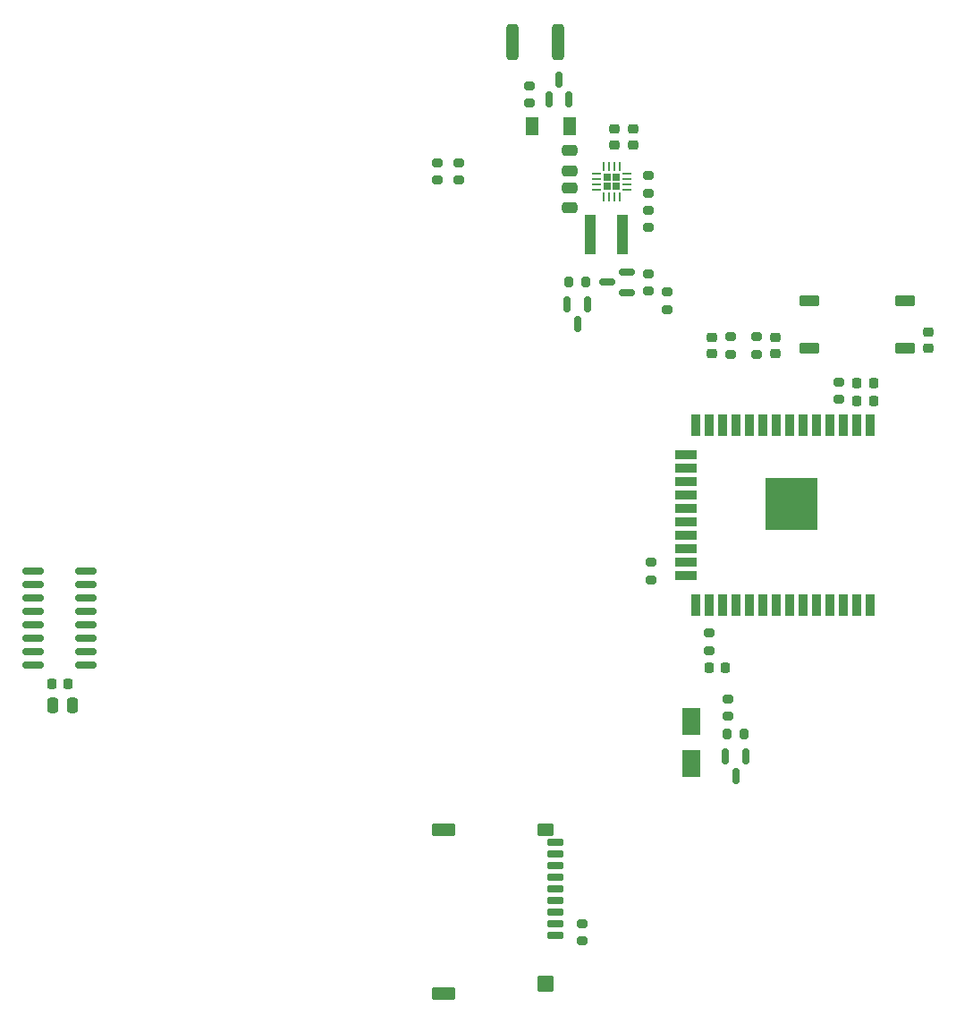
<source format=gtp>
%TF.GenerationSoftware,KiCad,Pcbnew,(6.0.5)*%
%TF.CreationDate,2022-06-07T15:07:26+00:00*%
%TF.ProjectId,co2_sensor_node,636f325f-7365-46e7-936f-725f6e6f6465,rev?*%
%TF.SameCoordinates,Original*%
%TF.FileFunction,Paste,Top*%
%TF.FilePolarity,Positive*%
%FSLAX46Y46*%
G04 Gerber Fmt 4.6, Leading zero omitted, Abs format (unit mm)*
G04 Created by KiCad (PCBNEW (6.0.5)) date 2022-06-07 15:07:26*
%MOMM*%
%LPD*%
G01*
G04 APERTURE LIST*
G04 Aperture macros list*
%AMRoundRect*
0 Rectangle with rounded corners*
0 $1 Rounding radius*
0 $2 $3 $4 $5 $6 $7 $8 $9 X,Y pos of 4 corners*
0 Add a 4 corners polygon primitive as box body*
4,1,4,$2,$3,$4,$5,$6,$7,$8,$9,$2,$3,0*
0 Add four circle primitives for the rounded corners*
1,1,$1+$1,$2,$3*
1,1,$1+$1,$4,$5*
1,1,$1+$1,$6,$7*
1,1,$1+$1,$8,$9*
0 Add four rect primitives between the rounded corners*
20,1,$1+$1,$2,$3,$4,$5,0*
20,1,$1+$1,$4,$5,$6,$7,0*
20,1,$1+$1,$6,$7,$8,$9,0*
20,1,$1+$1,$8,$9,$2,$3,0*%
G04 Aperture macros list end*
%ADD10RoundRect,0.225000X0.250000X-0.225000X0.250000X0.225000X-0.250000X0.225000X-0.250000X-0.225000X0*%
%ADD11RoundRect,0.200000X0.275000X-0.200000X0.275000X0.200000X-0.275000X0.200000X-0.275000X-0.200000X0*%
%ADD12RoundRect,0.150000X-0.150000X0.587500X-0.150000X-0.587500X0.150000X-0.587500X0.150000X0.587500X0*%
%ADD13RoundRect,0.250000X-0.475000X0.250000X-0.475000X-0.250000X0.475000X-0.250000X0.475000X0.250000X0*%
%ADD14RoundRect,0.100000X-0.850000X-0.400000X0.850000X-0.400000X0.850000X0.400000X-0.850000X0.400000X0*%
%ADD15RoundRect,0.200000X-0.275000X0.200000X-0.275000X-0.200000X0.275000X-0.200000X0.275000X0.200000X0*%
%ADD16RoundRect,0.225000X-0.225000X-0.250000X0.225000X-0.250000X0.225000X0.250000X-0.225000X0.250000X0*%
%ADD17RoundRect,0.110000X0.440000X1.740000X-0.440000X1.740000X-0.440000X-1.740000X0.440000X-1.740000X0*%
%ADD18R,1.300000X1.700000*%
%ADD19RoundRect,0.150000X0.587500X0.150000X-0.587500X0.150000X-0.587500X-0.150000X0.587500X-0.150000X0*%
%ADD20RoundRect,0.150000X0.150000X-0.587500X0.150000X0.587500X-0.150000X0.587500X-0.150000X-0.587500X0*%
%ADD21R,0.900000X2.000000*%
%ADD22R,2.000000X0.900000*%
%ADD23R,5.000000X5.000000*%
%ADD24RoundRect,0.200000X0.200000X0.275000X-0.200000X0.275000X-0.200000X-0.275000X0.200000X-0.275000X0*%
%ADD25RoundRect,0.200000X-0.200000X-0.275000X0.200000X-0.275000X0.200000X0.275000X-0.200000X0.275000X0*%
%ADD26RoundRect,0.218750X0.218750X0.256250X-0.218750X0.256250X-0.218750X-0.256250X0.218750X-0.256250X0*%
%ADD27RoundRect,0.250000X0.475000X-0.250000X0.475000X0.250000X-0.475000X0.250000X-0.475000X-0.250000X0*%
%ADD28RoundRect,0.250000X-0.250000X-0.475000X0.250000X-0.475000X0.250000X0.475000X-0.250000X0.475000X0*%
%ADD29RoundRect,0.150000X-0.850000X-0.150000X0.850000X-0.150000X0.850000X0.150000X-0.850000X0.150000X0*%
%ADD30RoundRect,0.175000X-0.625000X0.175000X-0.625000X-0.175000X0.625000X-0.175000X0.625000X0.175000X0*%
%ADD31RoundRect,0.120000X-0.630000X0.480000X-0.630000X-0.480000X0.630000X-0.480000X0.630000X0.480000X0*%
%ADD32RoundRect,0.150000X-0.600000X0.650000X-0.600000X-0.650000X0.600000X-0.650000X0.600000X0.650000X0*%
%ADD33RoundRect,0.120000X-0.980000X0.480000X-0.980000X-0.480000X0.980000X-0.480000X0.980000X0.480000X0*%
%ADD34R,1.800000X2.500000*%
%ADD35RoundRect,0.182500X0.182500X-0.182500X0.182500X0.182500X-0.182500X0.182500X-0.182500X-0.182500X0*%
%ADD36RoundRect,0.062500X0.062500X-0.350000X0.062500X0.350000X-0.062500X0.350000X-0.062500X-0.350000X0*%
%ADD37RoundRect,0.062500X0.350000X-0.062500X0.350000X0.062500X-0.350000X0.062500X-0.350000X-0.062500X0*%
%ADD38RoundRect,0.250000X0.312500X1.450000X-0.312500X1.450000X-0.312500X-1.450000X0.312500X-1.450000X0*%
G04 APERTURE END LIST*
D10*
%TO.C,C3*%
X168000000Y-70000000D03*
X168000000Y-68450000D03*
%TD*%
D11*
%TO.C,R14*%
X177000000Y-124075000D03*
X177000000Y-122425000D03*
%TD*%
D12*
%TO.C,Q2*%
X163700000Y-85062500D03*
X161800000Y-85062500D03*
X162750000Y-86937500D03*
%TD*%
%TO.C,Q4*%
X178700000Y-127812500D03*
X176800000Y-127812500D03*
X177750000Y-129687500D03*
%TD*%
D13*
%TO.C,C1*%
X162000000Y-70550000D03*
X162000000Y-72450000D03*
%TD*%
D11*
%TO.C,R3*%
X175250000Y-117825000D03*
X175250000Y-116175000D03*
%TD*%
%TO.C,R4*%
X171250000Y-85575000D03*
X171250000Y-83925000D03*
%TD*%
D10*
%TO.C,C4*%
X181500000Y-89775000D03*
X181500000Y-88225000D03*
%TD*%
D14*
%TO.C,SW1*%
X193800000Y-84740000D03*
X184700000Y-84740000D03*
X193800000Y-89240000D03*
X184700000Y-89240000D03*
%TD*%
D15*
%TO.C,R11*%
X169500000Y-76175000D03*
X169500000Y-77825000D03*
%TD*%
D11*
%TO.C,R2*%
X149500000Y-73325000D03*
X149500000Y-71675000D03*
%TD*%
D15*
%TO.C,R13*%
X187500000Y-92425000D03*
X187500000Y-94075000D03*
%TD*%
D11*
%TO.C,R9*%
X158250000Y-66075000D03*
X158250000Y-64425000D03*
%TD*%
D15*
%TO.C,R7*%
X179750000Y-88175000D03*
X179750000Y-89825000D03*
%TD*%
D16*
%TO.C,C12*%
X112975000Y-121000000D03*
X114525000Y-121000000D03*
%TD*%
D10*
%TO.C,C2*%
X166225000Y-70000000D03*
X166225000Y-68450000D03*
%TD*%
D11*
%TO.C,R1*%
X151500000Y-73325000D03*
X151500000Y-71675000D03*
%TD*%
D17*
%TO.C,L1*%
X167000000Y-78500000D03*
X164000000Y-78500000D03*
%TD*%
D18*
%TO.C,D2*%
X162000000Y-68250000D03*
X158500000Y-68250000D03*
%TD*%
D19*
%TO.C,Q1*%
X167437500Y-83950000D03*
X167437500Y-82050000D03*
X165562500Y-83000000D03*
%TD*%
D16*
%TO.C,C8*%
X189225000Y-92500000D03*
X190775000Y-92500000D03*
%TD*%
D20*
%TO.C,Q3*%
X160050000Y-65687500D03*
X161950000Y-65687500D03*
X161000000Y-63812500D03*
%TD*%
D21*
%TO.C,U2*%
X190505000Y-96500000D03*
X189235000Y-96500000D03*
X187965000Y-96500000D03*
X186695000Y-96500000D03*
X185425000Y-96500000D03*
X184155000Y-96500000D03*
X182885000Y-96500000D03*
X181615000Y-96500000D03*
X180345000Y-96500000D03*
X179075000Y-96500000D03*
X177805000Y-96500000D03*
X176535000Y-96500000D03*
X175265000Y-96500000D03*
X173995000Y-96500000D03*
D22*
X172995000Y-99285000D03*
X172995000Y-100555000D03*
X172995000Y-101825000D03*
X172995000Y-103095000D03*
X172995000Y-104365000D03*
X172995000Y-105635000D03*
X172995000Y-106905000D03*
X172995000Y-108175000D03*
X172995000Y-109445000D03*
X172995000Y-110715000D03*
D21*
X173995000Y-113500000D03*
X175265000Y-113500000D03*
X176535000Y-113500000D03*
X177805000Y-113500000D03*
X179075000Y-113500000D03*
X180345000Y-113500000D03*
X181615000Y-113500000D03*
X182885000Y-113500000D03*
X184155000Y-113500000D03*
X185425000Y-113500000D03*
X186695000Y-113500000D03*
X187965000Y-113500000D03*
X189235000Y-113500000D03*
X190505000Y-113500000D03*
D23*
X183005000Y-104000000D03*
%TD*%
D10*
%TO.C,C7*%
X196000000Y-89275000D03*
X196000000Y-87725000D03*
%TD*%
D24*
%TO.C,R15*%
X178575000Y-125750000D03*
X176925000Y-125750000D03*
%TD*%
D25*
%TO.C,R6*%
X161925000Y-83000000D03*
X163575000Y-83000000D03*
%TD*%
D26*
%TO.C,D1*%
X176787500Y-119500000D03*
X175212500Y-119500000D03*
%TD*%
D11*
%TO.C,R12*%
X169750000Y-111150000D03*
X169750000Y-109500000D03*
%TD*%
D27*
%TO.C,C6*%
X162000000Y-75950000D03*
X162000000Y-74050000D03*
%TD*%
D28*
%TO.C,C11*%
X113050000Y-123000000D03*
X114950000Y-123000000D03*
%TD*%
D16*
%TO.C,C9*%
X189225000Y-94250000D03*
X190775000Y-94250000D03*
%TD*%
D11*
%TO.C,R5*%
X169500000Y-83825000D03*
X169500000Y-82175000D03*
%TD*%
%TO.C,R16*%
X163250000Y-145325000D03*
X163250000Y-143675000D03*
%TD*%
D10*
%TO.C,C5*%
X175500000Y-89775000D03*
X175500000Y-88225000D03*
%TD*%
D29*
%TO.C,U3*%
X111250000Y-110305000D03*
X111250000Y-111575000D03*
X111250000Y-112845000D03*
X111250000Y-114115000D03*
X111250000Y-115385000D03*
X111250000Y-116655000D03*
X111250000Y-117925000D03*
X111250000Y-119195000D03*
X116250000Y-119195000D03*
X116250000Y-117925000D03*
X116250000Y-116655000D03*
X116250000Y-115385000D03*
X116250000Y-114115000D03*
X116250000Y-112845000D03*
X116250000Y-111575000D03*
X116250000Y-110305000D03*
%TD*%
D30*
%TO.C,J14*%
X160700000Y-144750000D03*
X160700000Y-143650000D03*
X160700000Y-142550000D03*
X160700000Y-141450000D03*
X160700000Y-140350000D03*
X160700000Y-139250000D03*
X160700000Y-138150000D03*
X160700000Y-137050000D03*
X160700000Y-135950000D03*
D31*
X159700000Y-134750000D03*
D32*
X159700000Y-149350000D03*
D33*
X150100000Y-150250000D03*
X150100000Y-134750000D03*
%TD*%
D34*
%TO.C,D3*%
X173500000Y-124500000D03*
X173500000Y-128500000D03*
%TD*%
D35*
%TO.C,U1*%
X166420000Y-73920000D03*
X165580000Y-73080000D03*
X166420000Y-73080000D03*
X165580000Y-73920000D03*
D36*
X165250000Y-74962500D03*
X165750000Y-74962500D03*
X166250000Y-74962500D03*
X166750000Y-74962500D03*
D37*
X167462500Y-74250000D03*
X167462500Y-73750000D03*
X167462500Y-73250000D03*
X167462500Y-72750000D03*
D36*
X166750000Y-72037500D03*
X166250000Y-72037500D03*
X165750000Y-72037500D03*
X165250000Y-72037500D03*
D37*
X164537500Y-72750000D03*
X164537500Y-73250000D03*
X164537500Y-73750000D03*
X164537500Y-74250000D03*
%TD*%
D38*
%TO.C,F1*%
X160887500Y-60250000D03*
X156612500Y-60250000D03*
%TD*%
D15*
%TO.C,R10*%
X169500000Y-72925000D03*
X169500000Y-74575000D03*
%TD*%
%TO.C,R8*%
X177250000Y-88175000D03*
X177250000Y-89825000D03*
%TD*%
M02*

</source>
